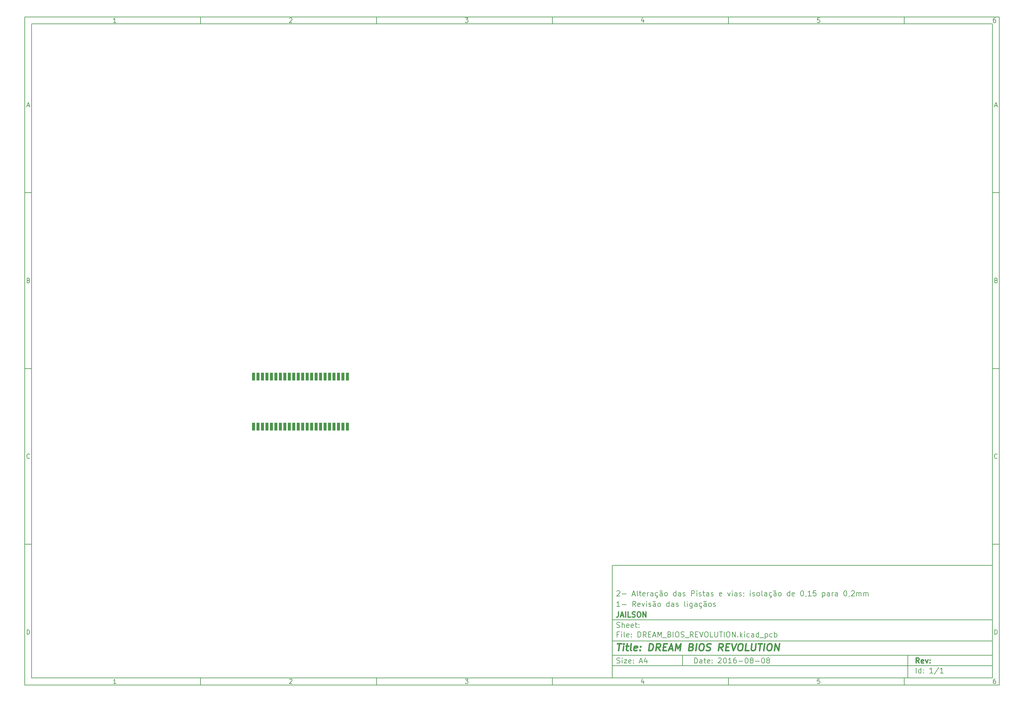
<source format=gbr>
G04 Output by CAMMaster V11.2.74  PentaLogix*
G04 Tue Aug 09 11:47:31 2016*
%FSLAX25Y25*%
%MOIN*%
%IPPOS*%
%ADD11C,0.005906*%
%ADD12C,0.011811*%
%ADD13C,0.015748*%
%ADD100R,0.035433X0.086614*%

%LPD*%
X0Y0D2*D11*G1X1027568Y-753965D2*Y-779556D1*X775599Y-753965D2*Y-765776D1*X983136Y-687739D2*Y-684646D1*X982855Y-684083*X982292Y-683802*X981448*X980886Y-684083*X980605Y-684646*Y-687739D2*Y-684646D1*X980324Y-684083*X979761Y-683802*X978918*X978355Y-684083*X978074Y-684365*Y-687739D2*Y-683802D1*X975262Y-687739D2*Y-684646D1*X974981Y-684083*X974418Y-683802*X973574*X973012Y-684083*X972731Y-684646*Y-687739D2*Y-684646D1*X972450Y-684083*X971887Y-683802*X971044*X970481Y-684083*X970200Y-684365*Y-687739D2*Y-683802D1*X967669Y-687739D2*X964013D1*X967388Y-684365*X967669Y-683521*Y-682959*X967388Y-682396*X967107Y-682115*X966544Y-681834*X965138*X964576Y-682115*X964294Y-682396*X961482Y-688583D2*X961763Y-688302D1*X962045Y-687739*Y-687458*X957264Y-681834D2*X956702Y-682115D1*X956420Y-682396*X956139Y-682959*X955858Y-684083*Y-685490*X956139Y-686614*X956420Y-687177*X956702Y-687458*X957264Y-687739*X957826*X958389Y-687458*X958670Y-687177*X958951Y-686614*X959233Y-685490*Y-684083*X958951Y-682959*X958670Y-682396*X958389Y-682115*X957826Y-681834*X957264*X948828Y-685208D2*X948265Y-685490D1*X946859*X946297Y-685771*X946015Y-686333*Y-686896*X946297Y-687458*X946859Y-687739*X948265*X948828Y-687458*X946297Y-684083D2*X946859Y-683802D1*X947984*X948546Y-684083*X948828Y-684646*Y-687739*X944328Y-683802D2*X943766D1*X943203Y-684083*X942922Y-684365*X942641Y-684927*Y-687739D2*Y-683802D1*X939829Y-685208D2*X939266Y-685490D1*X937860*X937298Y-685771*X937017Y-686333*Y-686896*X937298Y-687458*X937860Y-687739*X939266*X939829Y-687458*X937298Y-684083D2*X937860Y-683802D1*X938985*X939547Y-684083*X939829Y-684646*Y-687739*X931955Y-687458D2*X932517Y-687739D1*X933642*X934204Y-687458*X934486Y-687177*X934767Y-686614*Y-684927*X934486Y-684365*X934204Y-684083*X933642Y-683802*X932517*X931955Y-684083*Y-683802D2*Y-689708D1*X921550Y-687177D2*X921831Y-687458D1*X922393Y-687739*X923799*X924362Y-687458*X924643Y-687177*X924924Y-686614*Y-685208*X924643Y-684646*X924362Y-684365*X923799Y-684083*X922393*X921831Y-684365*X921550Y-684646*X921831Y-681834*X924643*X915925Y-683521D2*X916488Y-683240D1*X917050Y-682677*X917613Y-681834*Y-687739*X919300D2*X915925D1*X913113Y-688583D2*X913394Y-688302D1*X913676Y-687739*Y-687458*X908895Y-681834D2*X908333Y-682115D1*X908051Y-682396*X907770Y-682959*X907489Y-684083*Y-685490*X907770Y-686614*X908051Y-687177*X908333Y-687458*X908895Y-687739*X909457*X910020Y-687458*X910301Y-687177*X910582Y-686614*X910864Y-685490*Y-684083*X910582Y-682959*X910301Y-682396*X910020Y-682115*X909457Y-681834*X908895*X897928Y-685771D2*X900740Y-685208D1*Y-684646*X900459Y-684083*X899896Y-683802*X898771*X898209Y-684083*X897928Y-684646*Y-686896*X898209Y-687458*X898771Y-687739*X899896*X900459Y-687458*X895397Y-684083D2*X894834Y-683802D1*X893709*X893147Y-684083*X892866Y-684365*X892585Y-684927*Y-686614*X892866Y-687177*X893147Y-687458*X893709Y-687739*X894834*X895397Y-687458*Y-687739D2*Y-681834D1*X883867Y-687739D2*X884711D1*X885273Y-687458*X885554Y-687177*X885835Y-686614*Y-684927*X885554Y-684365*X885273Y-684083*X884711Y-683802*X883867*X883304Y-684083*X883023Y-684365*X882742Y-684927*Y-686614*X883023Y-687177*X883304Y-687458*X883867Y-687739*X880211Y-681834D2*X879930Y-682115D1*X879367Y-682396*X878243Y-681834*X877680Y-682115*X877399Y-682396*X880211Y-685208D2*X879649Y-685490D1*X878243*X877680Y-685771*X877399Y-686333*Y-686896*X877680Y-687458*X878243Y-687739*X879649*X880211Y-687458*X877680Y-684083D2*X878243Y-683802D1*X879367*X879930Y-684083*X880211Y-684646*Y-687739*X873181Y-689708D2*X874024D1*X874587Y-689427*X874868Y-688864*X874587Y-688302*X874024Y-688020*X875149Y-684083D2*X874587Y-683802D1*X873462*X872900Y-684083*X872618Y-684365*X872337Y-684927*Y-686614*X872618Y-687177*X872900Y-687458*X873462Y-687739*X874587*X875149Y-687458*X869806Y-685208D2*X869244Y-685490D1*X867838*X867275Y-685771*X866994Y-686333*Y-686896*X867275Y-687458*X867838Y-687739*X869244*X869806Y-687458*X867275Y-684083D2*X867838Y-683802D1*X868963*X869525Y-684083*X869806Y-684646*Y-687739*X864182Y-681834D2*Y-686896D1*X864463Y-687458*X865026Y-687739*X859682D2*X860526D1*X861089Y-687458*X861370Y-687177*X861651Y-686614*Y-684927*X861370Y-684365*X861089Y-684083*X860526Y-683802*X859682*X859120Y-684083*X858839Y-684365*X858558Y-684927*Y-686614*X858839Y-687177*X859120Y-687458*X859682Y-687739*X856027Y-684083D2*X855464Y-683802D1*X854621*X854058Y-684083*X853777Y-684646*Y-684927*X854058Y-685490*X854621Y-685771*X855464*X856027Y-686052*X856308Y-686614*Y-686896*X856027Y-687458*X855464Y-687739*X854339*X853777Y-687458*X851246Y-682396D2*Y-681834D1*X851527Y-682115*X851246Y-682396*X850965Y-682115*X851246Y-681834*Y-687739D2*Y-683802D1*X843934Y-684646D2*Y-684083D1*X843653Y-684365*X843934Y-684646*X844216Y-684365*X843934Y-684083*X843653Y-688583D2*X843934Y-688302D1*X844216Y-687739*Y-687458*X841122Y-684083D2*X840560Y-683802D1*X839716*X839154Y-684083*X838873Y-684646*Y-684927*X839154Y-685490*X839716Y-685771*X840560*X841122Y-686052*X841403Y-686614*Y-686896*X841122Y-687458*X840560Y-687739*X839435*X838873Y-687458*X836342Y-685208D2*X835779Y-685490D1*X834373*X833811Y-685771*X833529Y-686333*Y-686896*X833811Y-687458*X834373Y-687739*X835779*X836342Y-687458*X833811Y-684083D2*X834373Y-683802D1*X835498*X836060Y-684083*X836342Y-684646*Y-687739*X830999Y-682396D2*Y-681834D1*X831280Y-682115*X830999Y-682396*X830717Y-682115*X830999Y-681834*Y-687739D2*Y-683802D1*X828749D2*X827343Y-687739D1*X825937Y-683802*X816657Y-685771D2*X819469Y-685208D1*Y-684646*X819188Y-684083*X818625Y-683802*X817500*X816938Y-684083*X816657Y-684646*Y-686896*X816938Y-687458*X817500Y-687739*X818625*X819188Y-687458*X809626Y-684083D2*X809064Y-683802D1*X808220*X807658Y-684083*X807376Y-684646*Y-684927*X807658Y-685490*X808220Y-685771*X809064*X809626Y-686052*X809907Y-686614*Y-686896*X809626Y-687458*X809064Y-687739*X807939*X807376Y-687458*X804846Y-685208D2*X804283Y-685490D1*X802877*X802315Y-685771*X802033Y-686333*Y-686896*X802315Y-687458*X802877Y-687739*X804283*X804846Y-687458*X802315Y-684083D2*X802877Y-683802D1*X804002*X804564Y-684083*X804846Y-684646*Y-687739*X800346D2*X799784D1*X799221Y-687458*X798940Y-686896*Y-681834*X798096Y-683802D2*X800346D1*X796128Y-684083D2*X795565Y-683802D1*X794722*X794159Y-684083*X793878Y-684646*Y-684927*X794159Y-685490*X794722Y-685771*X795565*X796128Y-686052*X796409Y-686614*Y-686896*X796128Y-687458*X795565Y-687739*X794441*X793878Y-687458*X791347Y-682396D2*Y-681834D1*X791628Y-682115*X791347Y-682396*X791066Y-682115*X791347Y-681834*Y-687739D2*Y-683802D1*X785442Y-684927D2*X787691D1*X788254Y-684646*X788535Y-684365*X788816Y-683802*Y-682959*X788535Y-682396*X788254Y-682115*X787691Y-681834*X785442*Y-687739*X778130Y-684083D2*X777568Y-683802D1*X776724*X776162Y-684083*X775880Y-684646*Y-684927*X776162Y-685490*X776724Y-685771*X777568*X778130Y-686052*X778411Y-686614*Y-686896*X778130Y-687458*X777568Y-687739*X776443*X775880Y-687458*X773349Y-685208D2*X772787Y-685490D1*X771381*X770819Y-685771*X770537Y-686333*Y-686896*X770819Y-687458*X771381Y-687739*X772787*X773349Y-687458*X770819Y-684083D2*X771381Y-683802D1*X772506*X773068Y-684083*X773349Y-684646*Y-687739*X768006Y-684083D2*X767444Y-683802D1*X766319*X765757Y-684083*X765475Y-684365*X765194Y-684927*Y-686614*X765475Y-687177*X765757Y-687458*X766319Y-687739*X767444*X768006Y-687458*Y-687739D2*Y-681834D1*X756477Y-687739D2*X757320D1*X757883Y-687458*X758164Y-687177*X758445Y-686614*Y-684927*X758164Y-684365*X757883Y-684083*X757320Y-683802*X756477*X755914Y-684083*X755633Y-684365*X755352Y-684927*Y-686614*X755633Y-687177*X755914Y-687458*X756477Y-687739*X752821Y-681834D2*X752540Y-682115D1*X751977Y-682396*X750852Y-681834*X750290Y-682115*X750009Y-682396*X752821Y-685208D2*X752258Y-685490D1*X750852*X750290Y-685771*X750009Y-686333*Y-686896*X750290Y-687458*X750852Y-687739*X752258*X752821Y-687458*X750290Y-684083D2*X750852Y-683802D1*X751977*X752540Y-684083*X752821Y-684646*Y-687739*X745790Y-689708D2*X746634D1*X747196Y-689427*X747478Y-688864*X747196Y-688302*X746634Y-688020*X747759Y-684083D2*X747196Y-683802D1*X746072*X745509Y-684083*X745228Y-684365*X744947Y-684927*Y-686614*X745228Y-687177*X745509Y-687458*X746072Y-687739*X747196*X747759Y-687458*X742416Y-685208D2*X741853Y-685490D1*X740447*X739885Y-685771*X739604Y-686333*Y-686896*X739885Y-687458*X740447Y-687739*X741853*X742416Y-687458*X739885Y-684083D2*X740447Y-683802D1*X741572*X742135Y-684083*X742416Y-684646*Y-687739*X737916Y-683802D2*X737354D1*X736792Y-684083*X736510Y-684365*X736229Y-684927*Y-687739D2*Y-683802D1*X730886Y-685771D2*X733698Y-685208D1*Y-684646*X733417Y-684083*X732855Y-683802*X731730*X731167Y-684083*X730886Y-684646*Y-686896*X731167Y-687458*X731730Y-687739*X732855*X733417Y-687458*X729199Y-687739D2*X728636D1*X728074Y-687458*X727793Y-686896*Y-681834*X726949Y-683802D2*X729199D1*X724699Y-681834D2*Y-686896D1*X724981Y-687458*X725543Y-687739*X722731D2*X720762Y-681834D1*X718794Y-687739*X719356Y-686052D2*X722168D1*X707826Y-685490D2*X712326D1*X705296Y-687739D2*X701640D1*X705014Y-684365*X705296Y-683521*Y-682959*X705014Y-682396*X704733Y-682115*X704171Y-681834*X702765*X702202Y-682115*X701921Y-682396*X812157Y-695894D2*X811595Y-695613D1*X810751*X810189Y-695894*X809907Y-696457*Y-696738*X810189Y-697301*X810751Y-697582*X811595*X812157Y-697863*X812438Y-698425*Y-698707*X812157Y-699269*X811595Y-699550*X810470*X809907Y-699269*X805689Y-699550D2*X806533D1*X807095Y-699269*X807376Y-698988*X807658Y-698425*Y-696738*X807376Y-696176*X807095Y-695894*X806533Y-695613*X805689*X805127Y-695894*X804846Y-696176*X804564Y-696738*Y-698425*X804846Y-698988*X805127Y-699269*X805689Y-699550*X802033Y-693645D2*X801752Y-693926D1*X801190Y-694207*X800065Y-693645*X799502Y-693926*X799221Y-694207*X802033Y-697019D2*X801471Y-697301D1*X800065*X799502Y-697582*X799221Y-698144*Y-698707*X799502Y-699269*X800065Y-699550*X801471*X802033Y-699269*X799502Y-695894D2*X800065Y-695613D1*X801190*X801752Y-695894*X802033Y-696457*Y-699550*X795003Y-701519D2*X795847D1*X796409Y-701238*X796690Y-700675*X796409Y-700113*X795847Y-699831*X796972Y-695894D2*X796409Y-695613D1*X795284*X794722Y-695894*X794441Y-696176*X794159Y-696738*Y-698425*X794441Y-698988*X794722Y-699269*X795284Y-699550*X796409*X796972Y-699269*X791628Y-697019D2*X791066Y-697301D1*X789660*X789098Y-697582*X788816Y-698144*Y-698707*X789098Y-699269*X789660Y-699550*X791066*X791628Y-699269*X789098Y-695894D2*X789660Y-695613D1*X790785*X791347Y-695894*X791628Y-696457*Y-699550*X786285Y-695894D2*X785723Y-695613D1*X784598*X784036Y-695894*X783754Y-696176*X783473Y-696738*Y-698425*X783754Y-698988*X784036Y-699269*X784598Y-699550*X785723*X786285Y-699269*X783754Y-701238D2*X784317Y-701519D1*X785161*X785723Y-701238*X786004Y-700956*X786285Y-700394*Y-695613*X780942Y-694207D2*Y-693645D1*X781224Y-693926*X780942Y-694207*X780661Y-693926*X780942Y-693645*Y-699550D2*Y-695613D1*X777849Y-693645D2*Y-698707D1*X778130Y-699269*X778693Y-699550*X770537Y-695894D2*X769975Y-695613D1*X769131*X768569Y-695894*X768288Y-696457*Y-696738*X768569Y-697301*X769131Y-697582*X769975*X770537Y-697863*X770819Y-698425*Y-698707*X770537Y-699269*X769975Y-699550*X768850*X768288Y-699269*X765757Y-697019D2*X765194Y-697301D1*X763788*X763226Y-697582*X762945Y-698144*Y-698707*X763226Y-699269*X763788Y-699550*X765194*X765757Y-699269*X763226Y-695894D2*X763788Y-695613D1*X764913*X765475Y-695894*X765757Y-696457*Y-699550*X760414Y-695894D2*X759851Y-695613D1*X758726*X758164Y-695894*X757883Y-696176*X757601Y-696738*Y-698425*X757883Y-698988*X758164Y-699269*X758726Y-699550*X759851*X760414Y-699269*Y-699550D2*Y-693645D1*X748884Y-699550D2*X749727D1*X750290Y-699269*X750571Y-698988*X750852Y-698425*Y-696738*X750571Y-696176*X750290Y-695894*X749727Y-695613*X748884*X748321Y-695894*X748040Y-696176*X747759Y-696738*Y-698425*X748040Y-698988*X748321Y-699269*X748884Y-699550*X745228Y-693645D2*X744947Y-693926D1*X744384Y-694207*X743259Y-693645*X742697Y-693926*X742416Y-694207*X745228Y-697019D2*X744666Y-697301D1*X743259*X742697Y-697582*X742416Y-698144*Y-698707*X742697Y-699269*X743259Y-699550*X744666*X745228Y-699269*X742697Y-695894D2*X743259Y-695613D1*X744384*X744947Y-695894*X745228Y-696457*Y-699550*X739885Y-695894D2*X739322Y-695613D1*X738479*X737916Y-695894*X737635Y-696457*Y-696738*X737916Y-697301*X738479Y-697582*X739322*X739885Y-697863*X740166Y-698425*Y-698707*X739885Y-699269*X739322Y-699550*X738198*X737635Y-699269*X735104Y-694207D2*Y-693645D1*X735385Y-693926*X735104Y-694207*X734823Y-693926*X735104Y-693645*Y-699550D2*Y-695613D1*X732855D2*X731448Y-699550D1*X730042Y-695613*X725262Y-697582D2*X728074Y-697019D1*Y-696457*X727793Y-695894*X727230Y-695613*X726105*X725543Y-695894*X725262Y-696457*Y-698707*X725543Y-699269*X726105Y-699550*X727230*X727793Y-699269*X719637Y-696738D2*X721887D1*X722450Y-696457*X722731Y-696176*X723012Y-695613*Y-694770*X722731Y-694207*X722450Y-693926*X721887Y-693645*X719637*Y-699550*X723012D2*X721044Y-696738D1*X707826Y-697301D2*X712326D1*X701921Y-695332D2*X702483Y-695051D1*X703046Y-694488*X703608Y-693645*Y-699550*X705296D2*X701921D1*X726668Y-720079D2*Y-719517D1*X726387Y-719798*X726668Y-720079*X726949Y-719798*X726668Y-719517*Y-723172D2*Y-722610D1*X726387Y-722891*X726668Y-723172*X726949Y-722891*X726668Y-722610*X724699Y-723172D2*X724137D1*X723574Y-722891*X723293Y-722329*Y-717267*X722450Y-719235D2*X724699D1*X717950Y-721204D2*X720762Y-720641D1*Y-720079*X720481Y-719517*X719919Y-719235*X718794*X718231Y-719517*X717950Y-720079*Y-722329*X718231Y-722891*X718794Y-723172*X719919*X720481Y-722891*X712888Y-721204D2*X715700Y-720641D1*Y-720079*X715419Y-719517*X714857Y-719235*X713732*X713170Y-719517*X712888Y-720079*Y-722329*X713170Y-722891*X713732Y-723172*X714857*X715419Y-722891*X707826Y-719798D2*X708108Y-719517D1*X708670Y-719235*X709514*X710076Y-719517*X710357Y-720079*Y-723172*X707826D2*Y-717267D1*X705296Y-717548D2*X704452Y-717267D1*X703046*X702483Y-717548*X702202Y-717829*X701921Y-718392*Y-718954*X702202Y-719517*X702483Y-719798*X703046Y-720079*X704171Y-720360*X704733Y-720641*X705014Y-720923*X705296Y-721485*Y-722047*X705014Y-722610*X704733Y-722891*X704171Y-723172*X702765*X701921Y-722891*X696859Y-714595D2*X1122056D1*X878243Y-733521D2*X878805Y-733802D1*X879930*X880492Y-733521*X880774Y-733240*X881055Y-732677*Y-730990*X880774Y-730428*X880492Y-730146*X879930Y-729865*X878805*X878243Y-730146*Y-733802D2*Y-727897D1*X875712Y-730146D2*X875149Y-729865D1*X874024*X873462Y-730146*X873181Y-730428*X872900Y-730990*Y-732677*X873181Y-733240*X873462Y-733521*X874024Y-733802*X875149*X875712Y-733521*X867838D2*X868400Y-733802D1*X869525*X870087Y-733521*X870369Y-733240*X870650Y-732677*Y-730990*X870369Y-730428*X870087Y-730146*X869525Y-729865*X868400*X867838Y-730146*Y-729865D2*Y-735771D1*X861932Y-734365D2*X866432D1*X860526Y-730146D2*X859964Y-729865D1*X858839*X858276Y-730146*X857995Y-730428*X857714Y-730990*Y-732677*X857995Y-733240*X858276Y-733521*X858839Y-733802*X859964*X860526Y-733521*Y-733802D2*Y-727897D1*X855183Y-731271D2*X854621Y-731553D1*X853215*X852652Y-731834*X852371Y-732396*Y-732959*X852652Y-733521*X853215Y-733802*X854621*X855183Y-733521*X852652Y-730146D2*X853215Y-729865D1*X854339*X854902Y-730146*X855183Y-730709*Y-733802*X850121Y-730146D2*X849559Y-729865D1*X848434*X847871Y-730146*X847590Y-730428*X847309Y-730990*Y-732677*X847590Y-733240*X847871Y-733521*X848434Y-733802*X849559*X850121Y-733521*X844778Y-728459D2*Y-727897D1*X845059Y-728178*X844778Y-728459*X844497Y-728178*X844778Y-727897*Y-733802D2*Y-729865D1*X842247D2*X839997Y-732115D1*X840560Y-731553D2*X842247Y-733802D1*X839997D2*Y-727897D1*X837185Y-733802D2*Y-733240D1*X836904Y-733521*X837185Y-733802*X837466Y-733521*X837185Y-733240*X834373Y-727897D2*Y-733802D1*X830999Y-727897*Y-733802*X825937Y-727897D2*X825374Y-728178D1*X824812Y-728740*X824531Y-729865*Y-731834*X824812Y-732959*X825374Y-733521*X825937Y-733802*X827062*X827624Y-733521*X828186Y-732959*X828468Y-731834*Y-729865*X828186Y-728740*X827624Y-728178*X827062Y-727897*X825937*X822000Y-733802D2*Y-727897D1*X818344Y-733802D2*Y-727897D1*X816657D2*X820031D1*X814688D2*Y-732677D1*X814407Y-733240*X814126Y-733521*X813563Y-733802*X812438*X811876Y-733521*X811595Y-733240*X811314Y-732677*Y-727897*X806533D2*Y-733802D1*X809345*X801471Y-727897D2*X800909Y-728178D1*X800346Y-728740*X800065Y-729865*Y-731834*X800346Y-732959*X800909Y-733521*X801471Y-733802*X802596*X803158Y-733521*X803721Y-732959*X804002Y-731834*Y-729865*X803721Y-728740*X803158Y-728178*X802596Y-727897*X801471*X798378D2*X796409Y-733802D1*X794441Y-727897*X792753D2*X789941D1*Y-733802*X792753*X789941Y-730709D2*X791910D1*X784036Y-730990D2*X786285D1*X786848Y-730709*X787129Y-730428*X787410Y-729865*Y-729022*X787129Y-728459*X786848Y-728178*X786285Y-727897*X784036*Y-733802*X787410D2*X785442Y-730990D1*X778130Y-734365D2*X782630D1*X777005Y-728178D2*X776162Y-727897D1*X774756*X774193Y-728178*X773912Y-728459*X773631Y-729022*Y-729584*X773912Y-730146*X774193Y-730428*X774756Y-730709*X775880Y-730990*X776443Y-731271*X776724Y-731553*X777005Y-732115*Y-732677*X776724Y-733240*X776443Y-733521*X775880Y-733802*X774474*X773631Y-733521*X768850Y-727897D2*X768288Y-728178D1*X767725Y-728740*X767444Y-729865*Y-731834*X767725Y-732959*X768288Y-733521*X768850Y-733802*X769975*X770537Y-733521*X771100Y-732959*X771381Y-731834*Y-729865*X771100Y-728740*X770537Y-728178*X769975Y-727897*X768850*X764913Y-733802D2*Y-727897D1*X759008Y-730709D2*X760976D1*X761538Y-730428*X761820Y-730146*X762101Y-729584*Y-729022*X761820Y-728459*X761538Y-728178*X760976Y-727897*X759008*Y-733802*X761257*X761820Y-733521*X762101Y-733240*X762382Y-732677*Y-731834*X762101Y-731271*X761820Y-730990*X760976Y-730709*X753102Y-734365D2*X757601D1*X751696Y-733802D2*Y-727897D1*X749727Y-732115*X747759Y-727897*Y-733802*X745790D2*X743822Y-727897D1*X741853Y-733802*X742416Y-732115D2*X745228D1*X740166Y-727897D2*X737354D1*Y-733802*X740166*X737354Y-730709D2*X739322D1*X731448Y-730990D2*X733698D1*X734261Y-730709*X734542Y-730428*X734823Y-729865*Y-729022*X734542Y-728459*X734261Y-728178*X733698Y-727897*X731448*Y-733802*X734823D2*X732855Y-730990D1*X725543Y-733802D2*X726949D1*X727793Y-733521*X728355Y-732959*X728636Y-732396*X728918Y-731271*Y-730428*X728636Y-729303*X728355Y-728740*X727793Y-728178*X726949Y-727897*X725543*Y-733802*X718231Y-730709D2*Y-730146D1*X717950Y-730428*X718231Y-730709*X718513Y-730428*X718231Y-730146*Y-733802D2*Y-733240D1*X717950Y-733521*X718231Y-733802*X718513Y-733521*X718231Y-733240*X712888Y-731834D2*X715700Y-731271D1*Y-730709*X715419Y-730146*X714857Y-729865*X713732*X713170Y-730146*X712888Y-730709*Y-732959*X713170Y-733521*X713732Y-733802*X714857*X715419Y-733521*X710076Y-727897D2*Y-732959D1*X710357Y-733521*X710920Y-733802*X707264Y-728459D2*Y-727897D1*X707545Y-728178*X707264Y-728459*X706983Y-728178*X707264Y-727897*Y-733802D2*Y-729865D1*X705014Y-727897D2*X702202D1*Y-733802*X704171Y-730709D2*X702202D1*X696859Y-738217D2*X1122056D1*X1063844Y-769741D2*X1064407Y-769460D1*X1064969Y-768898*X1065532Y-768054*Y-773960*X1067219D2*X1063844D1*X1062157Y-767773D2*X1057095Y-775366D1*X1052033Y-769741D2*X1052596Y-769460D1*X1053158Y-768898*X1053721Y-768054*Y-773960*X1055408D2*X1052033D1*X1045003Y-770866D2*Y-770304D1*X1044722Y-770585*X1045003Y-770866*X1045284Y-770585*X1045003Y-770304*Y-773960D2*Y-773397D1*X1044722Y-773679*X1045003Y-773960*X1045284Y-773679*X1045003Y-773397*X1042191Y-770304D2*X1041628Y-770023D1*X1040504*X1039941Y-770304*X1039660Y-770585*X1039379Y-771148*Y-772835*X1039660Y-773397*X1039941Y-773679*X1040504Y-773960*X1041628*X1042191Y-773679*Y-773960D2*Y-768054D1*X1036848Y-773960D2*Y-768054D1*X736229Y-760968D2*X732573D1*X733979Y-756749*X735385Y-758999D2*Y-762936D1*X730886D2*X728918Y-757031D1*X726949Y-762936*X727511Y-761249D2*X730324D1*X720481Y-759843D2*Y-759280D1*X720200Y-759562*X720481Y-759843*X720762Y-759562*X720481Y-759280*Y-762936D2*Y-762374D1*X720200Y-762655*X720481Y-762936*X720762Y-762655*X720481Y-762374*X715138Y-760968D2*X717950Y-760405D1*Y-759843*X717669Y-759280*X717107Y-758999*X715982*X715419Y-759280*X715138Y-759843*Y-762092*X715419Y-762655*X715982Y-762936*X717107*X717669Y-762655*X713170Y-762936D2*X710076D1*X713170Y-758999*X710076*X707826Y-757593D2*Y-757031D1*X708108Y-757312*X707826Y-757593*X707545Y-757312*X707826Y-757031*Y-762936D2*Y-758999D1*X705296Y-757312D2*X704452Y-757031D1*X703046*X702483Y-757312*X702202Y-757593*X701921Y-758155*Y-758718*X702202Y-759280*X702483Y-759562*X703046Y-759843*X704171Y-760124*X704733Y-760405*X705014Y-760686*X705296Y-761249*Y-761811*X705014Y-762374*X704733Y-762655*X704171Y-762936*X702765*X701921Y-762655*X696859Y-753965D2*X1122056D1*X696859Y-765776D2*X1122056D1*X871775Y-759562D2*X872337Y-759843D1*X872618Y-760124*X872900Y-760686*Y-761811*X872618Y-762374*X872337Y-762655*X871775Y-762936*X870650*X870087Y-762655*X869806Y-762374*X869525Y-761811*Y-760686*X869806Y-760124*X870087Y-759843*X870650Y-759562*X871775*X872337Y-759280*X872618Y-758999*X872900Y-758437*Y-758155*X872618Y-757593*X872337Y-757312*X871775Y-757031*X870650*X870087Y-757312*X869806Y-757593*X869525Y-758155*Y-758437*X869806Y-758999*X870087Y-759280*X870650Y-759562*X865307Y-757031D2*X864744Y-757312D1*X864463Y-757593*X864182Y-758155*X863901Y-759280*Y-760686*X864182Y-761811*X864463Y-762374*X864744Y-762655*X865307Y-762936*X865869*X866432Y-762655*X866713Y-762374*X866994Y-761811*X867275Y-760686*Y-759280*X866994Y-758155*X866713Y-757593*X866432Y-757312*X865869Y-757031*X865307*X856870Y-760686D2*X861370D1*X853214Y-759562D2*X853777Y-759843D1*X854058Y-760124*X854339Y-760686*Y-761811*X854058Y-762374*X853777Y-762655*X853214Y-762936*X852090*X851527Y-762655*X851246Y-762374*X850965Y-761811*Y-760686*X851246Y-760124*X851527Y-759843*X852090Y-759562*X853214*X853777Y-759280*X854058Y-758999*X854339Y-758437*Y-758155*X854058Y-757593*X853777Y-757312*X853214Y-757031*X852090*X851527Y-757312*X851246Y-757593*X850965Y-758155*Y-758437*X851246Y-758999*X851527Y-759280*X852090Y-759562*X846747Y-757031D2*X846184Y-757312D1*X845903Y-757593*X845622Y-758155*X845340Y-759280*Y-760686*X845622Y-761811*X845903Y-762374*X846184Y-762655*X846747Y-762936*X847309*X847871Y-762655*X848153Y-762374*X848434Y-761811*X848715Y-760686*Y-759280*X848434Y-758155*X848153Y-757593*X847871Y-757312*X847309Y-757031*X846747*X838310Y-760686D2*X842810D1*X832405Y-760405D2*X832686Y-759843D1*X832967Y-759562*X833529Y-759280*X834654*X835217Y-759562*X835498Y-759843*X835779Y-760405*Y-761811*X835498Y-762374*X835217Y-762655*X834654Y-762936*X833529*X832967Y-762655*X832686Y-762374*X832405Y-761811*Y-759562*X832686Y-758437*X833248Y-757593*X833529Y-757312*X834092Y-757031*X835217*X826780Y-758718D2*X827343Y-758437D1*X827905Y-757874*X828468Y-757031*Y-762936*X830155D2*X826780D1*X822562Y-757031D2*X822000Y-757312D1*X821718Y-757593*X821437Y-758155*X821156Y-759280*Y-760686*X821437Y-761811*X821718Y-762374*X822000Y-762655*X822562Y-762936*X823125*X823687Y-762655*X823968Y-762374*X824249Y-761811*X824531Y-760686*Y-759280*X824249Y-758155*X823968Y-757593*X823687Y-757312*X823125Y-757031*X822562*X818906Y-762936D2*X815251D1*X818625Y-759562*X818906Y-758718*Y-758155*X818625Y-757593*X818344Y-757312*X817781Y-757031*X816375*X815813Y-757312*X815532Y-757593*X808501Y-759843D2*Y-759280D1*X808220Y-759562*X808501Y-759843*X808783Y-759562*X808501Y-759280*Y-762936D2*Y-762374D1*X808220Y-762655*X808501Y-762936*X808783Y-762655*X808501Y-762374*X803158Y-760968D2*X805970Y-760405D1*Y-759843*X805689Y-759280*X805127Y-758999*X804002*X803439Y-759280*X803158Y-759843*Y-762092*X803439Y-762655*X804002Y-762936*X805127*X805689Y-762655*X801471Y-762936D2*X800909D1*X800346Y-762655*X800065Y-762092*Y-757031*X799221Y-758999D2*X801471D1*X797253Y-760405D2*X796690Y-760686D1*X795284*X794722Y-760968*X794441Y-761530*Y-762092*X794722Y-762655*X795284Y-762936*X796690*X797253Y-762655*X794722Y-759280D2*X795284Y-758999D1*X796409*X796972Y-759280*X797253Y-759843*Y-762936*X788816D2*X790222D1*X791066Y-762655*X791628Y-762092*X791910Y-761530*X792191Y-760405*Y-759562*X791910Y-758437*X791628Y-757874*X791066Y-757312*X790222Y-757031*X788816*Y-762936*X1124652Y-730662D2*X1125871D1*X1126602Y-730418*X1127090Y-729931*X1127333Y-729443*X1127577Y-728468*Y-727737*X1127333Y-726762*X1127090Y-726275*X1126602Y-725787*X1125871Y-725544*X1124652*Y-730662*X1127577Y-529181D2*X1127333Y-528937D1*X1126602Y-528693*X1126115*X1125384Y-528937*X1124896Y-529424*X1124652Y-529912*X1124409Y-530887*Y-531618*X1124652Y-532593*X1124896Y-533080*X1125384Y-533568*X1126115Y-533811*X1126602*X1127333Y-533568*X1127577Y-533324*X1124652Y-334280D2*X1126359D1*X1126846Y-334036*X1127090Y-333793*X1127333Y-333305*Y-332818*X1127090Y-332330*X1126846Y-332087*X1126359Y-331843*X1124652*Y-336961*X1126602*X1127090Y-336717*X1127333Y-336474*X1127577Y-335986*Y-335255*X1127333Y-334768*X1127090Y-334524*X1126359Y-334280*X1127699Y-140111D2*X1125993Y-134993D1*X1124287Y-140111*X1124774Y-138648D2*X1127211D1*X1129930Y-629921D2*X1122056D1*X1129930Y-433071D2*X1122056D1*X1129930Y-236220D2*X1122056D1*X41967Y-730662D2*X43185D1*X43916Y-730418*X44404Y-729931*X44648Y-729443*X44891Y-728468*Y-727737*X44648Y-726762*X44404Y-726275*X43916Y-725787*X43185Y-725544*X41967*Y-730662*X44891Y-529181D2*X44648Y-528937D1*X43916Y-528693*X43429*X42698Y-528937*X42210Y-529424*X41967Y-529912*X41723Y-530887*Y-531618*X41967Y-532593*X42210Y-533080*X42698Y-533568*X43429Y-533811*X43916*X44648Y-533568*X44891Y-533324*X41967Y-334280D2*X43673D1*X44160Y-334036*X44404Y-333793*X44648Y-333305*Y-332818*X44404Y-332330*X44160Y-332087*X43673Y-331843*X41967*Y-336961*X43916*X44404Y-336717*X44648Y-336474*X44891Y-335986*Y-335255*X44648Y-334768*X44404Y-334524*X43673Y-334280*X45013Y-140111D2*X43307Y-134993D1*X41601Y-140111*X42089Y-138648D2*X44526D1*X39370Y-629921D2*X47244D1*X39370Y-433071D2*X47244D1*X39370Y-236220D2*X47244D1*X1123022Y-783615D2*X1123266Y-783127D1*X1123510Y-782884*X1123997Y-782640*X1124972*X1125459Y-782884*X1125703Y-783127*X1125947Y-783615*Y-784833*X1125703Y-785321*X1125459Y-785565*X1124972Y-785808*X1123997*X1123510Y-785565*X1123266Y-785321*X1123022Y-784833*Y-782884*X1123266Y-781909*X1123753Y-781178*X1123997Y-780934*X1124484Y-780690*X1125459*X926172Y-785321D2*X926415Y-785565D1*X926903Y-785808*X928121*X928609Y-785565*X928853Y-785321*X929096Y-784833*Y-783615*X928853Y-783127*X928609Y-782884*X928121Y-782640*X926903*X926415Y-782884*X926172Y-783127*X926415Y-780690*X928853*X732490Y-784102D2*X729321D1*X730540Y-780446*X731759Y-782396D2*Y-785808D1*X532227Y-785321D2*X532471Y-785565D1*X532958Y-785808*X534421*X534908Y-785565*X535152Y-785321*X535396Y-784833*Y-783615*X535152Y-783127*X534908Y-782884*X534421Y-782640*X533690*X535396Y-780690*X532227*X338545Y-785808D2*X335377D1*X338301Y-782884*X338545Y-782152*Y-781665*X338301Y-781178*X338058Y-780934*X337570Y-780690*X336352*X335864Y-780934*X335621Y-781178*X138770Y-782152D2*X139258Y-781909D1*X139745Y-781421*X140232Y-780690*Y-785808*X141695D2*X138770D1*X1023622Y-779556D2*Y-787430D1*X826772Y-779556D2*Y-787430D1*X629921Y-779556D2*Y-787430D1*X433071Y-779556D2*Y-787430D1*X236220Y-779556D2*Y-787430D1*X1123022Y-43429D2*X1123266Y-42941D1*X1123510Y-42698*X1123997Y-42454*X1124972*X1125459Y-42698*X1125703Y-42941*X1125947Y-43429*Y-44648*X1125703Y-45135*X1125459Y-45379*X1124972Y-45622*X1123997*X1123510Y-45379*X1123266Y-45135*X1123022Y-44648*Y-42698*X1123266Y-41723*X1123753Y-40992*X1123997Y-40748*X1124484Y-40504*X1125459*X926172Y-45135D2*X926415Y-45379D1*X926903Y-45622*X928121*X928609Y-45379*X928853Y-45135*X929096Y-44648*Y-43429*X928853Y-42941*X928609Y-42698*X928121Y-42454*X926903*X926415Y-42698*X926172Y-42941*X926415Y-40504*X928853*X732490Y-43916D2*X729321D1*X730540Y-40261*X731759Y-42210D2*Y-45622D1*X532227Y-45135D2*X532471Y-45379D1*X532958Y-45622*X534421*X534908Y-45379*X535152Y-45135*X535396Y-44648*Y-43429*X535152Y-42941*X534908Y-42698*X534421Y-42454*X533690*X535396Y-40504*X532227*X338545Y-45622D2*X335377D1*X338301Y-42698*X338545Y-41967*Y-41479*X338301Y-40992*X338058Y-40748*X337570Y-40504*X336352*X335864Y-40748*X335621Y-40992*X138770Y-41967D2*X139258Y-41723D1*X139745Y-41235*X140232Y-40504*Y-45622*X141695D2*X138770D1*X1023622Y-47244D2*Y-39370D1*X826772Y-47244D2*Y-39370D1*X629921Y-47244D2*Y-39370D1*X433071Y-47244D2*Y-39370D1*X236220Y-47244D2*Y-39370D1*X47244Y-47244D2*X1122056D1*Y-779556*X47244*Y-47244*X39370Y-39370D2*X1129930D1*Y-787430*X39370*Y-39370*X696859Y-653572D2*X1122056D1*Y-779556*X696859*Y-653572*D12*X734542Y-705456D2*Y-711361D1*X731167Y-705456*Y-711361*X726105Y-705456D2*X725543Y-705737D1*X724981Y-706299*X724699Y-707424*Y-709393*X724981Y-710518*X725543Y-711080*X726105Y-711361*X727230*X727793Y-711080*X728355Y-710518*X728636Y-709393*Y-707424*X728355Y-706299*X727793Y-705737*X727230Y-705456*X726105*X722450Y-705737D2*X721606Y-705456D1*X720200*X719637Y-705737*X719356Y-706018*X719075Y-706581*Y-707143*X719356Y-707706*X719637Y-707987*X720200Y-708268*X721325Y-708549*X721887Y-708830*X722168Y-709112*X722450Y-709674*Y-710236*X722168Y-710799*X721887Y-711080*X721325Y-711361*X719919*X719075Y-711080*X714576Y-705456D2*Y-711361D1*X717388*X711763D2*Y-705456D1*X709795Y-711361D2*X707826Y-705456D1*X705858Y-711361*X706420Y-709674D2*X709233D1*X701640Y-711361D2*X702202D1*X703046Y-711080*X703608Y-710518*X703889Y-709674*Y-705456*X1052315Y-759843D2*Y-759280D1*X1052033Y-759562*X1052315Y-759843*X1052596Y-759562*X1052315Y-759280*Y-762936D2*Y-762374D1*X1052033Y-762655*X1052315Y-762936*X1052596Y-762655*X1052315Y-762374*X1050065Y-758999D2*X1048659Y-762936D1*X1047253Y-758999*X1042472Y-760968D2*X1045284Y-760405D1*Y-759843*X1045003Y-759280*X1044441Y-758999*X1043316*X1042753Y-759280*X1042472Y-759843*Y-762092*X1042753Y-762655*X1043316Y-762936*X1044441*X1045003Y-762655*X1036848Y-760124D2*X1039098D1*X1039660Y-759843*X1039941Y-759562*X1040222Y-758999*Y-758155*X1039941Y-757593*X1039660Y-757312*X1039098Y-757031*X1036848*Y-762936*X1040222D2*X1038254Y-760124D1*D13*X883679Y-740992D2*X882695Y-748866D1*X879180Y-740992*X878196Y-748866*X872431Y-740992D2*X871634Y-741367D1*X870790Y-742117*X870228Y-743617*X869900Y-746241*X870087Y-747741*X870744Y-748491*X871447Y-748866*X872946*X873743Y-748491*X874587Y-747741*X875149Y-746241*X875477Y-743617*X875290Y-742117*X874634Y-741367*X873931Y-740992*X872431*X866197Y-748866D2*X867182Y-740992D1*X861323Y-748866D2*X862307Y-740992D1*X860057D2*X864557D1*X857433D2*X856636Y-747366D1*X856167Y-748116*X855745Y-748491*X854949Y-748866*X853449*X852746Y-748491*X852418Y-748116*X852137Y-747366*X852933Y-740992*X846559D2*X845575Y-748866D1*X849324*X839810Y-740992D2*X839013Y-741367D1*X838170Y-742117*X837607Y-743617*X837279Y-746241*X837466Y-747741*X838123Y-748491*X838826Y-748866*X840326*X841122Y-748491*X841966Y-747741*X842528Y-746241*X842856Y-743617*X842669Y-742117*X842013Y-741367*X841310Y-740992*X839810*X835685D2*X832077Y-748866D1*X830436Y-740992*X828186D2*X824437D1*X823453Y-748866*X827202*X823968Y-744741D2*X826593D1*X816047Y-745116D2*X819047D1*X819844Y-744741*X820266Y-744367*X820734Y-743617*X820875Y-742492*X820594Y-741742*X820266Y-741367*X819562Y-740992*X816563*X815579Y-748866*X820078D2*X817922Y-745116D1*X807142Y-741367D2*X806064Y-740992D1*X804189*X803393Y-741367*X802971Y-741742*X802502Y-742492*X802408Y-743242*X802690Y-743992*X803018Y-744367*X803721Y-744741*X805174Y-745116*X805877Y-745491*X806205Y-745866*X806486Y-746616*X806392Y-747366*X805924Y-748116*X805502Y-748491*X804705Y-748866*X802830*X801752Y-748491*X796315Y-740992D2*X795519Y-741367D1*X794675Y-742117*X794113Y-743617*X793784Y-746241*X793972Y-747741*X794628Y-748491*X795331Y-748866*X796831*X797628Y-748491*X798471Y-747741*X799034Y-746241*X799362Y-743617*X799174Y-742117*X798518Y-741367*X797815Y-740992*X796315*X790082Y-748866D2*X791066Y-740992D1*X782723Y-744741D2*X785348D1*X786145Y-744367*X786567Y-743992*X787035Y-743242*X787129Y-742492*X786848Y-741742*X786520Y-741367*X785817Y-740992*X783192*X782208Y-748866*X785207*X786004Y-748491*X786426Y-748116*X786895Y-747366*X787035Y-746241*X786754Y-745491*X786426Y-745116*X785348Y-744741*X772459Y-748866D2*X773443Y-740992D1*X770116Y-746616*X768194Y-740992*X767210Y-748866*X764585D2*X762945Y-740992D1*X759336Y-748866*X760367Y-746616D2*X764116D1*X758070Y-740992D2*X754321D1*X753336Y-748866*X757086*X753852Y-744741D2*X756477D1*X745931Y-745116D2*X748931D1*X749727Y-744741*X750149Y-744367*X750618Y-743617*X750759Y-742492*X750477Y-741742*X750149Y-741367*X749446Y-740992*X746447*X745462Y-748866*X749962D2*X747806Y-745116D1*X737588Y-748866D2*X739463D1*X740635Y-748491*X741478Y-747741*X741947Y-746991*X742510Y-745491*X742650Y-744367*X742463Y-742867*X742182Y-742117*X741525Y-741367*X740447Y-740992*X738573*X737588Y-748866*X728355Y-744741D2*X728449Y-743992D1*X728027Y-744367*X728355Y-744741*X728777Y-744367*X728449Y-743992*X727840Y-748866D2*X727933Y-748116D1*X727511Y-748491*X727840Y-748866*X728261Y-748491*X727933Y-748116*X721044Y-746241D2*X724887Y-745491D1*X724981Y-744741*X724699Y-743992*X723996Y-743617*X722496*X721700Y-743992*X721231Y-744741*X720856Y-747741*X721137Y-748491*X721840Y-748866*X723340*X724137Y-748491*X717950Y-740992D2*X717107Y-747741D1*X717388Y-748491*X718091Y-748866*X714341D2*X713591D1*X712888Y-748491*X712607Y-747741*X713451Y-740992*X711998Y-743617D2*X714997D1*X709607Y-741742D2*X709701Y-740992D1*X710029Y-741367*X709607Y-741742*X709279Y-741367*X709701Y-740992*X708717Y-748866D2*X709373Y-743617D1*X703843Y-748866D2*X704827Y-740992D1*X702577D2*X707077D1*D100*X295500Y-498000D3*X300500D3*X305500D3*X310500D3*X315500D3*X320500D3*X325500D3*X330500D3*X335500D3*X340500D3*X345500D3*X350500D3*X355500D3*X360500D3*X365500D3*X370500D3*X375500D3*X380500D3*X385500D3*X390500D3*X395500D3*X400500D3*Y-442000D3*X395500D3*X390500D3*X385500D3*X380500D3*X375500D3*X370500D3*X365500D3*X360500D3*X355500D3*X350500D3*X345500D3*X340500D3*X335500D3*X330500D3*X325500D3*X320500D3*X315500D3*X310500D3*X305500D3*X300500D3*X295500D3*X0Y0D2*M02*
</source>
